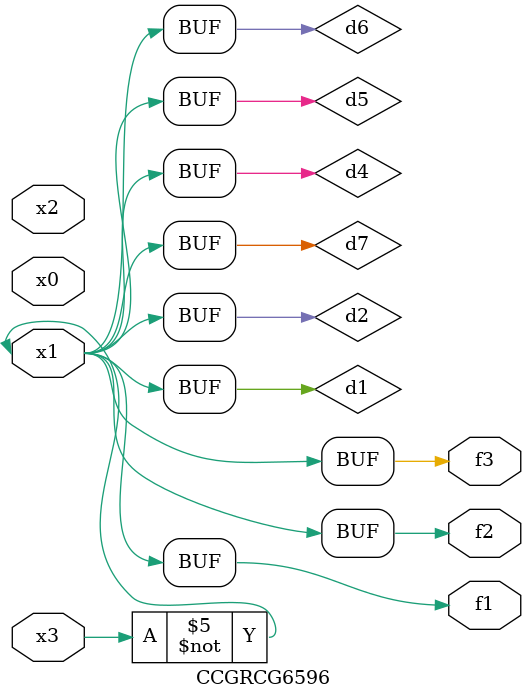
<source format=v>
module CCGRCG6596(
	input x0, x1, x2, x3,
	output f1, f2, f3
);

	wire d1, d2, d3, d4, d5, d6, d7;

	not (d1, x3);
	buf (d2, x1);
	xnor (d3, d1, d2);
	nor (d4, d1);
	buf (d5, d1, d2);
	buf (d6, d4, d5);
	nand (d7, d4);
	assign f1 = d6;
	assign f2 = d7;
	assign f3 = d6;
endmodule

</source>
